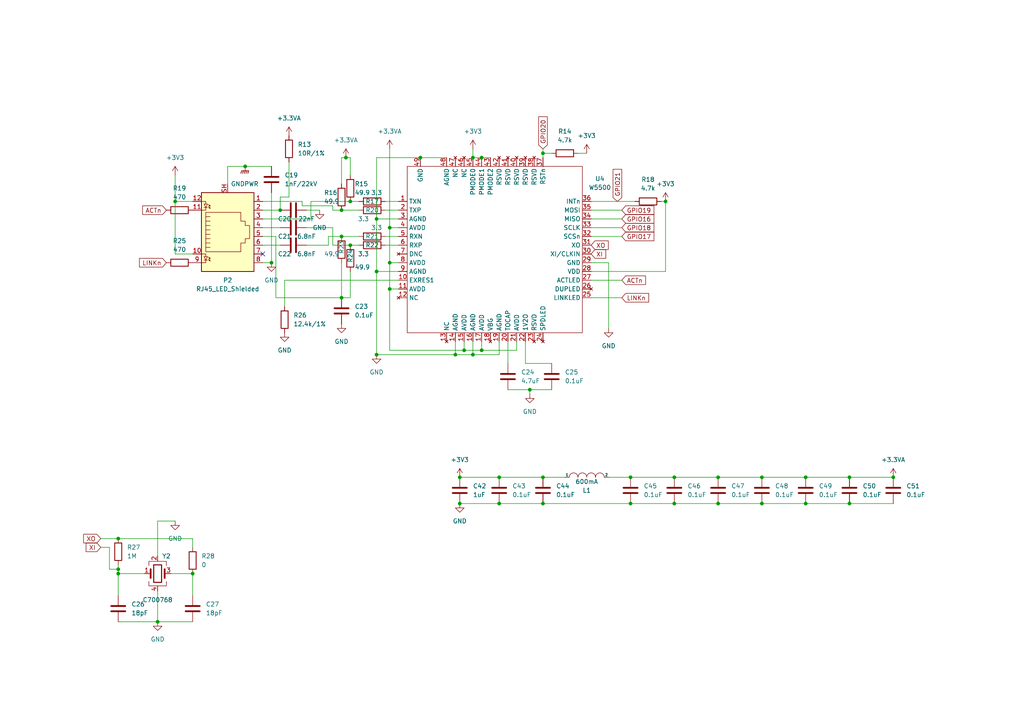
<source format=kicad_sch>
(kicad_sch (version 20211123) (generator eeschema)
  (paper "A4")
  (lib_symbols
    (symbol "01-rickbassham:W5500"
      (property "Reference" "U" (at -39.37 29.21 0))
      (property "Value" "W5500" (at -36.83 31.75 0))
      (symbol "W5500_0_1"
        (rectangle (start -25.4 24.13) (end 25.4 -24.13))
      )
      (symbol "W5500_1_1"
        (pin output line (at -27.94 13.97 0) (length 2.54) (name "TXN") (number "1"))
        (pin output line (at -27.94 -8.89 0) (length 2.54) (name "EXRES1") (number "10"))
        (pin output line (at -27.94 -11.43 0) (length 2.54) (name "AVDD") (number "11"))
        (pin no_connect line (at -27.94 -13.97 0) (length 2.54) (name "NC") (number "12"))
        (pin no_connect line (at -13.97 -26.67 90) (length 2.54) (name "NC") (number "13"))
        (pin output line (at -11.43 -26.67 90) (length 2.54) (name "AGND") (number "14"))
        (pin output line (at -8.89 -26.67 90) (length 2.54) (name "AVDD") (number "15"))
        (pin output line (at -6.35 -26.67 90) (length 2.54) (name "AGND") (number "16"))
        (pin output line (at -3.81 -26.67 90) (length 2.54) (name "AVDD") (number "17"))
        (pin no_connect line (at -1.27 -26.67 90) (length 2.54) (name "VBG") (number "18"))
        (pin output line (at 1.27 -26.67 90) (length 2.54) (name "AGND") (number "19"))
        (pin output line (at -27.94 11.43 0) (length 2.54) (name "TXP") (number "2"))
        (pin output line (at 3.81 -26.67 90) (length 2.54) (name "TOCAP") (number "20"))
        (pin output line (at 6.35 -26.67 90) (length 2.54) (name "AVDD") (number "21"))
        (pin output line (at 8.89 -26.67 90) (length 2.54) (name "1V2O") (number "22"))
        (pin no_connect line (at 11.43 -26.67 90) (length 2.54) (name "RSVD") (number "23"))
        (pin no_connect line (at 13.97 -26.67 90) (length 2.54) (name "SPDLED") (number "24"))
        (pin output line (at 27.94 -13.97 180) (length 2.54) (name "LINKLED") (number "25"))
        (pin no_connect line (at 27.94 -11.43 180) (length 2.54) (name "DUPLED") (number "26"))
        (pin output line (at 27.94 -8.89 180) (length 2.54) (name "ACTLED") (number "27"))
        (pin output line (at 27.94 -6.35 180) (length 2.54) (name "VDD") (number "28"))
        (pin output line (at 27.94 -3.81 180) (length 2.54) (name "GND") (number "29"))
        (pin output line (at -27.94 8.89 0) (length 2.54) (name "AGND") (number "3"))
        (pin output line (at 27.94 -1.27 180) (length 2.54) (name "XI/CLKIN") (number "30"))
        (pin output line (at 27.94 1.27 180) (length 2.54) (name "XO") (number "31"))
        (pin output line (at 27.94 3.81 180) (length 2.54) (name "SCSn") (number "32"))
        (pin output line (at 27.94 6.35 180) (length 2.54) (name "SCLK") (number "33"))
        (pin output line (at 27.94 8.89 180) (length 2.54) (name "MISO") (number "34"))
        (pin output line (at 27.94 11.43 180) (length 2.54) (name "MOSI") (number "35"))
        (pin output line (at 27.94 13.97 180) (length 2.54) (name "INTn") (number "36"))
        (pin output line (at 13.97 26.67 270) (length 2.54) (name "RSTn") (number "37"))
        (pin no_connect line (at 11.43 26.67 270) (length 2.54) (name "RSVD") (number "38"))
        (pin no_connect line (at 8.89 26.67 270) (length 2.54) (name "RSVD") (number "39"))
        (pin output line (at -27.94 6.35 0) (length 2.54) (name "AVDD") (number "4"))
        (pin no_connect line (at 6.35 26.67 270) (length 2.54) (name "RSVD") (number "40"))
        (pin no_connect line (at 3.81 26.67 270) (length 2.54) (name "RSVD") (number "41"))
        (pin no_connect line (at 1.27 26.67 270) (length 2.54) (name "RSVD") (number "42"))
        (pin output line (at -1.27 26.67 270) (length 2.54) (name "PMODE2") (number "43"))
        (pin output line (at -3.81 26.67 270) (length 2.54) (name "PMODE1") (number "44"))
        (pin output line (at -6.35 26.67 270) (length 2.54) (name "PMODE0") (number "45"))
        (pin no_connect line (at -8.89 26.67 270) (length 2.54) (name "NC") (number "46"))
        (pin no_connect line (at -11.43 26.67 270) (length 2.54) (name "NC") (number "47"))
        (pin output line (at -13.97 26.67 270) (length 2.54) (name "AGND") (number "48"))
        (pin output line (at -21.59 26.67 270) (length 2.54) (name "GND") (number "49"))
        (pin output line (at -27.94 3.81 0) (length 2.54) (name "RXN") (number "5"))
        (pin output line (at -27.94 1.27 0) (length 2.54) (name "RXP") (number "6"))
        (pin no_connect line (at -27.94 -1.27 0) (length 2.54) (name "DNC") (number "7"))
        (pin output line (at -27.94 -3.81 0) (length 2.54) (name "AVDD") (number "8"))
        (pin output line (at -27.94 -6.35 0) (length 2.54) (name "AGND") (number "9"))
      )
    )
    (symbol "Connector:RJ45_LED_Shielded" (pin_names (offset 1.016))
      (property "Reference" "J" (at -5.08 13.97 0))
      (property "Value" "RJ45_LED_Shielded" (at 1.27 13.97 0))
      (symbol "RJ45_LED_Shielded_0_1"
        (polyline (pts (xy -7.62 -7.62) (xy -6.35 -7.62)))
        (polyline (pts (xy -7.62 -5.08) (xy -6.35 -5.08)))
        (polyline (pts (xy -7.62 7.62) (xy -6.35 7.62)))
        (polyline (pts (xy -7.62 10.16) (xy -6.35 10.16)))
        (polyline (pts (xy -6.858 -5.842) (xy -5.842 -5.842)))
        (polyline (pts (xy -6.858 9.398) (xy -5.842 9.398)))
        (polyline (pts (xy -6.35 -7.62) (xy -6.35 -6.858)))
        (polyline (pts (xy -6.35 -5.08) (xy -6.35 -5.842)))
        (polyline (pts (xy -6.35 7.62) (xy -6.35 8.382)))
        (polyline (pts (xy -6.35 10.16) (xy -6.35 9.398)))
        (polyline (pts (xy -5.08 -6.223) (xy -5.207 -6.604)))
        (polyline (pts (xy -5.08 -5.588) (xy -5.207 -5.969)))
        (polyline (pts (xy -5.08 4.445) (xy -6.35 4.445)))
        (polyline (pts (xy -5.08 5.715) (xy -6.35 5.715)))
        (polyline (pts (xy -5.08 9.017) (xy -5.207 8.636)))
        (polyline (pts (xy -5.08 9.652) (xy -5.207 9.271)))
        (polyline (pts (xy -6.35 -3.175) (xy -5.08 -3.175) (xy -5.08 -3.175)))
        (polyline (pts (xy -6.35 -1.905) (xy -5.08 -1.905) (xy -5.08 -1.905)))
        (polyline (pts (xy -6.35 -0.635) (xy -5.08 -0.635) (xy -5.08 -0.635)))
        (polyline (pts (xy -6.35 0.635) (xy -5.08 0.635) (xy -5.08 0.635)))
        (polyline (pts (xy -6.35 1.905) (xy -5.08 1.905) (xy -5.08 1.905)))
        (polyline (pts (xy -5.588 -6.731) (xy -5.08 -6.223) (xy -5.461 -6.35)))
        (polyline (pts (xy -5.588 -6.096) (xy -5.08 -5.588) (xy -5.461 -5.715)))
        (polyline (pts (xy -5.588 8.509) (xy -5.08 9.017) (xy -5.461 8.89)))
        (polyline (pts (xy -5.588 9.144) (xy -5.08 9.652) (xy -5.461 9.525)))
        (polyline (pts (xy -5.08 3.175) (xy -6.35 3.175) (xy -6.35 3.175)))
        (polyline (pts (xy -6.35 -5.842) (xy -6.858 -6.858) (xy -5.842 -6.858) (xy -6.35 -5.842)))
        (polyline (pts (xy -6.35 9.398) (xy -6.858 8.382) (xy -5.842 8.382) (xy -6.35 9.398)))
        (polyline (pts (xy -6.35 -4.445) (xy -6.35 6.985) (xy 3.81 6.985) (xy 3.81 4.445) (xy 5.08 4.445) (xy 5.08 3.175) (xy 6.35 3.175) (xy 6.35 -0.635) (xy 5.08 -0.635) (xy 5.08 -1.905) (xy 3.81 -1.905) (xy 3.81 -4.445) (xy -6.35 -4.445) (xy -6.35 -4.445)))
        (rectangle (start 7.62 12.7) (end -7.62 -10.16) (stroke (width 0.254)) (fill (type background)))
      )
      (symbol "RJ45_LED_Shielded_1_1"
        (pin passive line (at 10.16 -7.62 180) (length 2.54) (name "~") (number "1"))
        (pin passive line (at -10.16 7.62 0) (length 2.54) (name "~") (number "10"))
        (pin passive line (at -10.16 -5.08 0) (length 2.54) (name "~") (number "11"))
        (pin passive line (at -10.16 -7.62 0) (length 2.54) (name "~") (number "12"))
        (pin passive line (at 10.16 -5.08 180) (length 2.54) (name "~") (number "2"))
        (pin passive line (at 10.16 -2.54 180) (length 2.54) (name "~") (number "3"))
        (pin passive line (at 10.16 0 180) (length 2.54) (name "~") (number "4"))
        (pin passive line (at 10.16 2.54 180) (length 2.54) (name "~") (number "5"))
        (pin passive line (at 10.16 5.08 180) (length 2.54) (name "~") (number "6"))
        (pin passive line (at 10.16 7.62 180) (length 2.54) (name "~") (number "7"))
        (pin passive line (at 10.16 10.16 180) (length 2.54) (name "~") (number "8"))
        (pin passive line (at -10.16 10.16 0) (length 2.54) (name "~") (number "9"))
        (pin passive line (at 0 -12.7 90) (length 2.54) (name "~") (number "SH"))
      )
    )
    (symbol "Device:C" (pin_numbers hide) (pin_names (offset 0.254))
      (property "Reference" "C" (at 0.635 2.54 0))
      (property "Value" "C" (at 0.635 -2.54 0))
      (symbol "C_0_1"
        (polyline (pts (xy -2.032 -0.762) (xy 2.032 -0.762)) (stroke (width 0.508)))
        (polyline (pts (xy -2.032 0.762) (xy 2.032 0.762)) (stroke (width 0.508)))
      )
      (symbol "C_1_1"
        (pin passive line (at 0 3.81 270) (length 2.794) (name "~") (number "1"))
        (pin passive line (at 0 -3.81 90) (length 2.794) (name "~") (number "2"))
      )
    )
    (symbol "Device:Crystal_GND24" (pin_names (offset 1.016) hide)
      (property "Reference" "Y" (at 3.175 5.08 0))
      (property "Value" "Crystal_GND24" (at 3.175 3.175 0))
      (symbol "Crystal_GND24_0_1"
        (rectangle (start -1.143 2.54) (end 1.143 -2.54) (stroke (width 0.3048)))
        (polyline (pts (xy -2.54 0) (xy -2.032 0)))
        (polyline (pts (xy -2.032 -1.27) (xy -2.032 1.27)) (stroke (width 0.508)))
        (polyline (pts (xy 0 -3.81) (xy 0 -3.556)))
        (polyline (pts (xy 0 3.556) (xy 0 3.81)))
        (polyline (pts (xy 2.032 -1.27) (xy 2.032 1.27)) (stroke (width 0.508)))
        (polyline (pts (xy 2.032 0) (xy 2.54 0)))
        (polyline (pts (xy -2.54 -2.286) (xy -2.54 -3.556) (xy 2.54 -3.556) (xy 2.54 -2.286)))
        (polyline (pts (xy -2.54 2.286) (xy -2.54 3.556) (xy 2.54 3.556) (xy 2.54 2.286)))
      )
      (symbol "Crystal_GND24_1_1"
        (pin passive line (at -3.81 0 0) (length 1.27) (name "1") (number "1"))
        (pin passive line (at 0 5.08 270) (length 1.27) (name "2") (number "2"))
        (pin passive line (at 3.81 0 180) (length 1.27) (name "3") (number "3"))
        (pin passive line (at 0 -5.08 90) (length 1.27) (name "4") (number "4"))
      )
    )
    (symbol "Device:R" (pin_numbers hide) (pin_names (offset 0))
      (property "Reference" "R" (at 2.032 0 90))
      (property "Value" "R" (at 0 0 90))
      (symbol "R_0_1"
        (rectangle (start -1.016 -2.54) (end 1.016 2.54) (stroke (width 0.254)))
      )
      (symbol "R_1_1"
        (pin passive line (at 0 3.81 270) (length 1.27) (name "~") (number "1"))
        (pin passive line (at 0 -3.81 90) (length 1.27) (name "~") (number "2"))
      )
    )
    (symbol "power:+3.3V" (power) (pin_names (offset 0))
      (property "Value" "+3.3V" (at 0 3.556 0))
      (symbol "+3.3V_0_1"
        (polyline (pts (xy -0.762 1.27) (xy 0 2.54)))
        (polyline (pts (xy 0 0) (xy 0 2.54)))
        (polyline (pts (xy 0 2.54) (xy 0.762 1.27)))
      )
      (symbol "+3.3V_1_1"
        (pin power_in line (at 0 0 90) (length 0) hide (name "+3V3") (number "1"))
      )
    )
    (symbol "power:+3.3VA" (power) (pin_names (offset 0))
      (property "Value" "+3.3VA" (at 0 3.556 0))
      (symbol "+3.3VA_0_1"
        (polyline (pts (xy -0.762 1.27) (xy 0 2.54)))
        (polyline (pts (xy 0 0) (xy 0 2.54)))
        (polyline (pts (xy 0 2.54) (xy 0.762 1.27)))
      )
      (symbol "+3.3VA_1_1"
        (pin power_in line (at 0 0 90) (length 0) hide (name "+3.3VA") (number "1"))
      )
    )
    (symbol "power:GND" (power) (pin_names (offset 0))
      (property "Value" "GND" (at 0 -3.81 0))
      (symbol "GND_0_1"
        (polyline (pts (xy 0 0) (xy 0 -1.27) (xy 1.27 -1.27) (xy 0 -2.54) (xy -1.27 -1.27) (xy 0 -1.27)))
      )
      (symbol "GND_1_1"
        (pin power_in line (at 0 0 270) (length 0) hide (name "GND") (number "1"))
      )
    )
    (symbol "power:GNDPWR" (power) (pin_names (offset 0))
      (property "Value" "GNDPWR" (at 0 -3.302 0))
      (symbol "GNDPWR_0_1"
        (polyline (pts (xy 0 -1.27) (xy 0 0)))
        (polyline (pts (xy -1.016 -1.27) (xy -1.27 -2.032) (xy -1.27 -2.032)) (stroke (width 0.2032)))
        (polyline (pts (xy -0.508 -1.27) (xy -0.762 -2.032) (xy -0.762 -2.032)) (stroke (width 0.2032)))
        (polyline (pts (xy 0 -1.27) (xy -0.254 -2.032) (xy -0.254 -2.032)) (stroke (width 0.2032)))
        (polyline (pts (xy 0.508 -1.27) (xy 0.254 -2.032) (xy 0.254 -2.032)) (stroke (width 0.2032)))
        (polyline (pts (xy 1.016 -1.27) (xy -1.016 -1.27) (xy -1.016 -1.27)) (stroke (width 0.2032)))
        (polyline (pts (xy 1.016 -1.27) (xy 0.762 -2.032) (xy 0.762 -2.032) (xy 0.762 -2.032)) (stroke (width 0.2032)))
      )
      (symbol "GNDPWR_1_1"
        (pin power_in line (at 0 0 270) (length 0) hide (name "GNDPWR") (number "1"))
      )
    )
    (symbol "pspice:INDUCTOR" (pin_numbers hide) (pin_names (offset 0))
      (property "Reference" "L" (at 0 2.54 0))
      (property "Value" "INDUCTOR" (at 0 -1.27 0))
      (symbol "INDUCTOR_0_1"
        (arc (start -2.54 0) (mid -3.81 1.27) (end -5.08 0))
        (arc (start 0 0) (mid -1.27 1.27) (end -2.54 0))
        (arc (start 2.54 0) (mid 1.27 1.27) (end 0 0))
        (arc (start 5.08 0) (mid 3.81 1.27) (end 2.54 0))
      )
      (symbol "INDUCTOR_1_1"
        (pin input line (at -6.35 0 0) (length 1.27) (name "1") (number "1"))
        (pin input line (at 6.35 0 180) (length 1.27) (name "2") (number "2"))
      )
    )
  )
  (junction (at 139.7 45.72))
  (junction (at 153.67 113.03))
  (junction (at 144.78 146.05))
  (junction (at 50.8 58.42))
  (junction (at 81.28 60.96))
  (junction (at 109.22 102.87))
  (junction (at 233.68 138.43))
  (junction (at 133.35 138.43))
  (junction (at 246.38 138.43))
  (junction (at 71.12 48.26))
  (junction (at 208.28 146.05))
  (junction (at 132.08 102.87))
  (junction (at 101.6 71.12))
  (junction (at 55.88 166.37))
  (junction (at 220.98 146.05))
  (junction (at 157.48 44.45))
  (junction (at 182.88 146.05))
  (junction (at 78.74 76.2))
  (junction (at 99.06 68.58))
  (junction (at 157.48 138.43))
  (junction (at 182.88 138.43))
  (junction (at 220.98 138.43))
  (junction (at 113.03 66.04))
  (junction (at 34.29 156.21))
  (junction (at 101.6 58.42))
  (junction (at 259.08 138.43))
  (junction (at 34.29 165.1))
  (junction (at 137.16 102.87))
  (junction (at 193.04 58.42))
  (junction (at 113.03 76.2))
  (junction (at 233.68 146.05))
  (junction (at 157.48 146.05))
  (junction (at 133.35 146.05))
  (junction (at 113.03 83.82))
  (junction (at 109.22 78.74))
  (junction (at 99.06 60.96))
  (junction (at 137.16 45.72))
  (junction (at 134.62 101.6))
  (junction (at 208.28 138.43))
  (junction (at 100.33 45.72))
  (junction (at 109.22 63.5))
  (junction (at 195.58 138.43))
  (junction (at 144.78 138.43))
  (junction (at 246.38 146.05))
  (junction (at 121.92 45.72))
  (junction (at 34.29 166.37))
  (junction (at 99.06 86.36))
  (junction (at 45.72 180.34))
  (junction (at 195.58 146.05))
  (junction (at 139.7 101.6))
  (no_connect (at 76.2 73.66))
  (wire (pts (xy 96.52 66.04) (xy 96.52 71.12)))
  (wire (pts (xy 111.76 68.58) (xy 115.57 68.58)))
  (wire (pts (xy 182.88 146.05) (xy 195.58 146.05)))
  (wire (pts (xy 144.78 146.05) (xy 157.48 146.05)))
  (wire (pts (xy 96.52 60.96) (xy 99.06 60.96)))
  (wire (pts (xy 76.2 66.04) (xy 81.28 66.04)))
  (wire (pts (xy 83.82 46.99) (xy 83.82 57.15)))
  (wire (pts (xy 101.6 50.8) (xy 101.6 45.72)))
  (wire (pts (xy 113.03 101.6) (xy 134.62 101.6)))
  (wire (pts (xy 29.21 158.75) (xy 31.75 158.75)))
  (wire (pts (xy 109.22 63.5) (xy 115.57 63.5)))
  (wire (pts (xy 152.4 105.41) (xy 160.02 105.41)))
  (wire (pts (xy 96.52 71.12) (xy 101.6 71.12)))
  (wire (pts (xy 176.53 138.43) (xy 182.88 138.43)))
  (wire (pts (xy 101.6 71.12) (xy 104.14 71.12)))
  (wire (pts (xy 78.74 55.88) (xy 78.74 76.2)))
  (wire (pts (xy 144.78 138.43) (xy 157.48 138.43)))
  (wire (pts (xy 246.38 138.43) (xy 259.08 138.43)))
  (wire (pts (xy 80.01 68.58) (xy 80.01 86.36)))
  (wire (pts (xy 182.88 138.43) (xy 195.58 138.43)))
  (wire (pts (xy 132.08 99.06) (xy 132.08 102.87)))
  (wire (pts (xy 137.16 43.18) (xy 137.16 45.72)))
  (wire (pts (xy 147.32 113.03) (xy 153.67 113.03)))
  (wire (pts (xy 31.75 158.75) (xy 31.75 165.1)))
  (wire (pts (xy 87.63 59.69) (xy 96.52 59.69)))
  (wire (pts (xy 180.34 60.96) (xy 171.45 60.96)))
  (wire (pts (xy 193.04 78.74) (xy 193.04 58.42)))
  (wire (pts (xy 171.45 76.2) (xy 176.53 76.2)))
  (wire (pts (xy 171.45 68.58) (xy 180.34 68.58)))
  (wire (pts (xy 157.48 138.43) (xy 163.83 138.43)))
  (wire (pts (xy 195.58 138.43) (xy 208.28 138.43)))
  (wire (pts (xy 66.04 48.26) (xy 66.04 53.34)))
  (wire (pts (xy 71.12 48.26) (xy 66.04 48.26)))
  (wire (pts (xy 90.17 58.42) (xy 101.6 58.42)))
  (wire (pts (xy 76.2 58.42) (xy 87.63 58.42)))
  (wire (pts (xy 87.63 58.42) (xy 87.63 59.69)))
  (wire (pts (xy 139.7 99.06) (xy 139.7 101.6)))
  (wire (pts (xy 76.2 68.58) (xy 80.01 68.58)))
  (wire (pts (xy 171.45 58.42) (xy 184.15 58.42)))
  (wire (pts (xy 176.53 76.2) (xy 176.53 95.25)))
  (wire (pts (xy 220.98 138.43) (xy 233.68 138.43)))
  (wire (pts (xy 147.32 99.06) (xy 147.32 105.41)))
  (wire (pts (xy 180.34 81.28) (xy 171.45 81.28)))
  (wire (pts (xy 49.53 166.37) (xy 55.88 166.37)))
  (wire (pts (xy 101.6 45.72) (xy 100.33 45.72)))
  (wire (pts (xy 76.2 71.12) (xy 81.28 71.12)))
  (wire (pts (xy 149.86 99.06) (xy 149.86 101.6)))
  (wire (pts (xy 45.72 180.34) (xy 55.88 180.34)))
  (wire (pts (xy 137.16 99.06) (xy 137.16 102.87)))
  (wire (pts (xy 171.45 66.04) (xy 180.34 66.04)))
  (wire (pts (xy 34.29 165.1) (xy 34.29 166.37)))
  (wire (pts (xy 81.28 57.15) (xy 81.28 60.96)))
  (wire (pts (xy 99.06 53.34) (xy 99.06 45.72)))
  (wire (pts (xy 50.8 58.42) (xy 50.8 73.66)))
  (wire (pts (xy 134.62 101.6) (xy 139.7 101.6)))
  (wire (pts (xy 99.06 76.2) (xy 99.06 86.36)))
  (wire (pts (xy 171.45 78.74) (xy 193.04 78.74)))
  (wire (pts (xy 208.28 138.43) (xy 220.98 138.43)))
  (wire (pts (xy 109.22 45.72) (xy 109.22 63.5)))
  (wire (pts (xy 133.35 138.43) (xy 144.78 138.43)))
  (wire (pts (xy 41.91 166.37) (xy 34.29 166.37)))
  (wire (pts (xy 113.03 76.2) (xy 113.03 66.04)))
  (wire (pts (xy 82.55 81.28) (xy 115.57 81.28)))
  (wire (pts (xy 157.48 146.05) (xy 182.88 146.05)))
  (wire (pts (xy 34.29 180.34) (xy 45.72 180.34)))
  (wire (pts (xy 157.48 44.45) (xy 157.48 45.72)))
  (wire (pts (xy 88.9 71.12) (xy 95.25 71.12)))
  (wire (pts (xy 121.92 45.72) (xy 109.22 45.72)))
  (wire (pts (xy 55.88 73.66) (xy 50.8 73.66)))
  (wire (pts (xy 45.72 171.45) (xy 45.72 180.34)))
  (wire (pts (xy 153.67 114.3) (xy 153.67 113.03)))
  (wire (pts (xy 99.06 45.72) (xy 100.33 45.72)))
  (wire (pts (xy 149.86 101.6) (xy 139.7 101.6)))
  (wire (pts (xy 95.25 71.12) (xy 95.25 68.58)))
  (wire (pts (xy 101.6 58.42) (xy 104.14 58.42)))
  (wire (pts (xy 31.75 165.1) (xy 34.29 165.1)))
  (wire (pts (xy 90.17 63.5) (xy 90.17 58.42)))
  (wire (pts (xy 109.22 78.74) (xy 109.22 102.87)))
  (wire (pts (xy 113.03 101.6) (xy 113.03 83.82)))
  (wire (pts (xy 132.08 102.87) (xy 137.16 102.87)))
  (wire (pts (xy 133.35 146.05) (xy 144.78 146.05)))
  (wire (pts (xy 34.29 166.37) (xy 34.29 172.72)))
  (wire (pts (xy 55.88 158.75) (xy 55.88 156.21)))
  (wire (pts (xy 34.29 163.83) (xy 34.29 165.1)))
  (wire (pts (xy 208.28 146.05) (xy 220.98 146.05)))
  (wire (pts (xy 88.9 66.04) (xy 96.52 66.04)))
  (wire (pts (xy 109.22 63.5) (xy 109.22 78.74)))
  (wire (pts (xy 99.06 68.58) (xy 104.14 68.58)))
  (wire (pts (xy 113.03 83.82) (xy 113.03 76.2)))
  (wire (pts (xy 171.45 63.5) (xy 180.34 63.5)))
  (wire (pts (xy 111.76 60.96) (xy 115.57 60.96)))
  (wire (pts (xy 113.03 66.04) (xy 115.57 66.04)))
  (wire (pts (xy 78.74 76.2) (xy 76.2 76.2)))
  (wire (pts (xy 76.2 60.96) (xy 81.28 60.96)))
  (wire (pts (xy 82.55 88.9) (xy 82.55 81.28)))
  (wire (pts (xy 29.21 156.21) (xy 34.29 156.21)))
  (wire (pts (xy 153.67 113.03) (xy 160.02 113.03)))
  (wire (pts (xy 109.22 102.87) (xy 132.08 102.87)))
  (wire (pts (xy 139.7 45.72) (xy 142.24 45.72)))
  (wire (pts (xy 121.92 45.72) (xy 129.54 45.72)))
  (wire (pts (xy 111.76 71.12) (xy 115.57 71.12)))
  (wire (pts (xy 233.68 146.05) (xy 246.38 146.05)))
  (wire (pts (xy 157.48 43.18) (xy 157.48 44.45)))
  (wire (pts (xy 144.78 102.87) (xy 137.16 102.87)))
  (wire (pts (xy 160.02 44.45) (xy 157.48 44.45)))
  (wire (pts (xy 101.6 78.74) (xy 101.6 86.36)))
  (wire (pts (xy 109.22 78.74) (xy 115.57 78.74)))
  (wire (pts (xy 233.68 138.43) (xy 246.38 138.43)))
  (wire (pts (xy 101.6 86.36) (xy 99.06 86.36)))
  (wire (pts (xy 99.06 60.96) (xy 104.14 60.96)))
  (wire (pts (xy 191.77 58.42) (xy 193.04 58.42)))
  (wire (pts (xy 50.8 58.42) (xy 55.88 58.42)))
  (wire (pts (xy 113.03 43.18) (xy 113.03 66.04)))
  (wire (pts (xy 171.45 86.36) (xy 180.34 86.36)))
  (wire (pts (xy 137.16 45.72) (xy 139.7 45.72)))
  (wire (pts (xy 152.4 99.06) (xy 152.4 105.41)))
  (wire (pts (xy 88.9 60.96) (xy 92.71 60.96)))
  (wire (pts (xy 83.82 57.15) (xy 81.28 57.15)))
  (wire (pts (xy 170.18 44.45) (xy 167.64 44.45)))
  (wire (pts (xy 50.8 50.8) (xy 50.8 58.42)))
  (wire (pts (xy 134.62 99.06) (xy 134.62 101.6)))
  (wire (pts (xy 113.03 83.82) (xy 115.57 83.82)))
  (wire (pts (xy 76.2 63.5) (xy 90.17 63.5)))
  (wire (pts (xy 144.78 99.06) (xy 144.78 102.87)))
  (wire (pts (xy 220.98 146.05) (xy 233.68 146.05)))
  (wire (pts (xy 71.12 48.26) (xy 78.74 48.26)))
  (wire (pts (xy 111.76 58.42) (xy 115.57 58.42)))
  (wire (pts (xy 55.88 166.37) (xy 55.88 172.72)))
  (wire (pts (xy 95.25 68.58) (xy 99.06 68.58)))
  (wire (pts (xy 115.57 76.2) (xy 113.03 76.2)))
  (wire (pts (xy 45.72 151.13) (xy 50.8 151.13)))
  (wire (pts (xy 80.01 86.36) (xy 99.06 86.36)))
  (wire (pts (xy 195.58 146.05) (xy 208.28 146.05)))
  (wire (pts (xy 246.38 146.05) (xy 259.08 146.05)))
  (wire (pts (xy 55.88 156.21) (xy 34.29 156.21)))
  (wire (pts (xy 45.72 161.29) (xy 45.72 151.13)))
  (wire (pts (xy 96.52 59.69) (xy 96.52 60.96)))
  (global_label "XO" (shape input) (at 171.45 71.12 0) (property "Intersheet References" "${INTERSHEET_REFS}" (effects hide)))
  (global_label "GPIO21" (shape input) (at 179.07 58.42 90) (property "Intersheet References" "${INTERSHEET_REFS}" (effects hide)))
  (global_label "GPIO18" (shape input) (at 180.34 66.04 0) (property "Intersheet References" "${INTERSHEET_REFS}" (effects hide)))
  (global_label "ACTn" (shape input) (at 180.34 81.28 0) (property "Intersheet References" "${INTERSHEET_REFS}" (effects hide)))
  (global_label "GPIO20" (shape input) (at 157.48 43.18 90) (property "Intersheet References" "${INTERSHEET_REFS}" (effects hide)))
  (global_label "XI" (shape input) (at 29.21 158.75 180) (property "Intersheet References" "${INTERSHEET_REFS}" (effects hide)))
  (global_label "GPIO19" (shape input) (at 180.34 60.96 0) (property "Intersheet References" "${INTERSHEET_REFS}" (effects hide)))
  (global_label "GPIO17" (shape input) (at 180.34 68.58 0) (property "Intersheet References" "${INTERSHEET_REFS}" (effects hide)))
  (global_label "XO" (shape input) (at 29.21 156.21 180) (property "Intersheet References" "${INTERSHEET_REFS}" (effects hide)))
  (global_label "XI" (shape input) (at 171.45 73.66 0) (property "Intersheet References" "${INTERSHEET_REFS}" (effects hide)))
  (global_label "LINKn" (shape input) (at 48.26 76.2 180) (property "Intersheet References" "${INTERSHEET_REFS}" (effects hide)))
  (global_label "GPIO16" (shape input) (at 180.34 63.5 0) (property "Intersheet References" "${INTERSHEET_REFS}" (effects hide)))
  (global_label "ACTn" (shape input) (at 48.26 60.96 180) (property "Intersheet References" "${INTERSHEET_REFS}" (effects hide)))
  (global_label "LINKn" (shape input) (at 180.34 86.36 0) (property "Intersheet References" "${INTERSHEET_REFS}" (effects hide)))
  (symbol (lib_id "Device:R") (at 52.07 60.96 90) (unit 1)
    (property "Reference" "R19" (at 52.07 54.61 90))
    (property "Value" "470" (at 52.07 57.15 90))
    (property "Footprint" "Resistor_SMD:R_0402_1005Metric" (effects hide))
    (property "LCSC" "C25117" (effects hide))
  )
  (symbol (lib_id "Device:C") (at 208.28 142.24 0) (unit 1)
    (property "Reference" "C47" (at 212.09 140.9699 0) (effects (justify left)))
    (property "Value" "0.1uF" (at 212.09 143.5099 0) (effects (justify left)))
    (property "Footprint" "Capacitor_SMD:C_0402_1005Metric" (effects hide))
    (property "LCSC" "C1525" (effects hide))
  )
  (symbol (lib_id "Device:R") (at 163.83 44.45 270) (unit 1)
    (property "Reference" "R14" (at 163.83 38.1 90))
    (property "Value" "4.7k" (at 163.83 40.64 90))
    (property "Footprint" "Resistor_SMD:R_0402_1005Metric" (effects hide))
    (property "LCSC" "C25900" (effects hide))
  )
  (symbol (lib_id "Connector:RJ45_LED_Shielded") (at 66.04 66.04 0) (mirror x) (unit 1)
    (property "Reference" "P2" (at 66.04 81.28 0))
    (property "Value" "RJ45_LED_Shielded" (at 66.04 83.82 0))
    (property "Footprint" "01-rickbassham:J1B1211CCD" (effects hide))
    (property "Manufacturer PN" "J1B1211CCD" (effects hide))
    (property "LCSC" "C910371" (effects hide))
  )
  (symbol (lib_id "power:GNDPWR") (at 71.12 48.26 0) (unit 1)
    (property "Reference" "#PWR040" (effects hide))
    (property "Value" "GNDPWR" (at 70.993 53.34 0))
  )
  (symbol (lib_id "Device:C") (at 34.29 176.53 0) (unit 1)
    (property "Reference" "C26" (at 38.1 175.2599 0) (effects (justify left)))
    (property "Value" "18pF" (at 38.1 177.7999 0) (effects (justify left)))
    (property "Footprint" "Capacitor_SMD:C_0402_1005Metric" (effects hide))
    (property "LCSC" "C1549" (effects hide))
  )
  (symbol (lib_id "Device:C") (at 55.88 176.53 0) (unit 1)
    (property "Reference" "C27" (at 59.69 175.2599 0) (effects (justify left)))
    (property "Value" "18pF" (at 59.69 177.7999 0) (effects (justify left)))
    (property "Footprint" "Capacitor_SMD:C_0402_1005Metric" (effects hide))
    (property "LCSC" "C1549" (effects hide))
  )
  (symbol (lib_id "Device:R") (at 107.95 58.42 90) (unit 1)
    (property "Reference" "R17" (at 107.95 58.42 90))
    (property "Value" "3.3" (at 109.22 55.88 90))
    (property "Footprint" "Resistor_SMD:R_0402_1005Metric" (effects hide))
    (property "LCSC" "C270612" (effects hide))
    (property "lcsc" "C270612" (effects hide))
  )
  (symbol (lib_id "Device:C") (at 195.58 142.24 0) (unit 1)
    (property "Reference" "C46" (at 199.39 140.9699 0) (effects (justify left)))
    (property "Value" "0.1uF" (at 199.39 143.5099 0) (effects (justify left)))
    (property "Footprint" "Capacitor_SMD:C_0402_1005Metric" (effects hide))
    (property "LCSC" "C1525" (effects hide))
  )
  (symbol (lib_id "power:+3.3V") (at 137.16 43.18 0) (unit 1)
    (property "Reference" "#PWR037" (effects hide))
    (property "Value" "+3.3V" (at 137.16 38.1 0))
  )
  (symbol (lib_id "power:GND") (at 45.72 180.34 0) (unit 1)
    (property "Reference" "#PWR051" (effects hide))
    (property "Value" "GND" (at 45.72 185.42 0))
  )
  (symbol (lib_id "power:GND") (at 133.35 146.05 0) (unit 1)
    (property "Reference" "#PWR0108" (effects hide))
    (property "Value" "GND" (at 133.35 151.13 0))
  )
  (symbol (lib_id "power:GND") (at 176.53 95.25 0) (unit 1)
    (property "Reference" "#PWR046" (effects hide))
    (property "Value" "GND" (at 176.53 100.33 0))
  )
  (symbol (lib_id "power:+3.3VA") (at 83.82 39.37 0) (unit 1)
    (property "Reference" "#PWR035" (effects hide))
    (property "Value" "+3.3VA" (at 83.82 34.29 0))
  )
  (symbol (lib_id "Device:R") (at 107.95 68.58 90) (unit 1)
    (property "Reference" "R21" (at 107.95 68.58 90))
    (property "Value" "3.3" (at 109.22 66.04 90))
    (property "Footprint" "Resistor_SMD:R_0402_1005Metric" (effects hide))
    (property "LCSC" "C270612" (effects hide))
    (property "lcsc" "C270612" (effects hide))
  )
  (symbol (lib_id "Device:C") (at 133.35 142.24 0) (unit 1)
    (property "Reference" "C42" (at 137.16 140.9699 0) (effects (justify left)))
    (property "Value" "1uF" (at 137.16 143.5099 0) (effects (justify left)))
    (property "Footprint" "Capacitor_SMD:C_0402_1005Metric" (effects hide))
    (property "LCSC" "C52923" (effects hide))
  )
  (symbol (lib_id "Device:C") (at 85.09 66.04 90) (unit 1)
    (property "Reference" "C21" (at 82.55 68.58 90))
    (property "Value" "6.8nF" (at 88.9 68.58 90))
    (property "Footprint" "Capacitor_SMD:C_0402_1005Metric" (effects hide))
    (property "LCSC" "C1542" (effects hide))
  )
  (symbol (lib_id "power:GND") (at 99.06 93.98 0) (unit 1)
    (property "Reference" "#PWR045" (effects hide))
    (property "Value" "GND" (at 99.06 99.06 0))
  )
  (symbol (lib_id "Device:C") (at 233.68 142.24 0) (unit 1)
    (property "Reference" "C49" (at 237.49 140.9699 0) (effects (justify left)))
    (property "Value" "0.1uF" (at 237.49 143.5099 0) (effects (justify left)))
    (property "Footprint" "Capacitor_SMD:C_0402_1005Metric" (effects hide))
    (property "LCSC" "C1525" (effects hide))
  )
  (symbol (lib_id "Device:R") (at 34.29 160.02 180) (unit 1)
    (property "Reference" "R27" (at 36.83 158.7499 0) (effects (justify right)))
    (property "Value" "1M" (at 36.83 161.2899 0) (effects (justify right)))
    (property "Footprint" "Resistor_SMD:R_0402_1005Metric" (effects hide))
    (property "LCSC" "C26083" (effects hide))
  )
  (symbol (lib_id "power:GND") (at 82.55 96.52 0) (unit 1)
    (property "Reference" "#PWR047" (effects hide))
    (property "Value" "GND" (at 82.55 101.6 0))
  )
  (symbol (lib_id "power:GND") (at 153.67 114.3 0) (unit 1)
    (property "Reference" "#PWR049" (effects hide))
    (property "Value" "GND" (at 153.67 119.38 0))
  )
  (symbol (lib_id "Device:R") (at 187.96 58.42 270) (unit 1)
    (property "Reference" "R18" (at 187.96 52.07 90))
    (property "Value" "4.7k" (at 187.96 54.61 90))
    (property "Footprint" "Resistor_SMD:R_0402_1005Metric" (effects hide))
    (property "LCSC" "C25900" (effects hide))
  )
  (symbol (lib_id "Device:C") (at 85.09 60.96 90) (unit 1)
    (property "Reference" "C20" (at 82.55 63.5 90))
    (property "Value" "22nF" (at 88.9 63.5 90))
    (property "Footprint" "Capacitor_SMD:C_0402_1005Metric" (effects hide))
    (property "LCSC" "C1532" (effects hide))
  )
  (symbol (lib_id "Device:C") (at 144.78 142.24 0) (unit 1)
    (property "Reference" "C43" (at 148.59 140.9699 0) (effects (justify left)))
    (property "Value" "0.1uF" (at 148.59 143.5099 0) (effects (justify left)))
    (property "Footprint" "Capacitor_SMD:C_0402_1005Metric" (effects hide))
    (property "LCSC" "C1525" (effects hide))
  )
  (symbol (lib_id "Device:C") (at 182.88 142.24 0) (unit 1)
    (property "Reference" "C45" (at 186.69 140.9699 0) (effects (justify left)))
    (property "Value" "0.1uF" (at 186.69 143.5099 0) (effects (justify left)))
    (property "Footprint" "Capacitor_SMD:C_0402_1005Metric" (effects hide))
    (property "LCSC" "C1525" (effects hide))
  )
  (symbol (lib_id "power:GND") (at 109.22 102.87 0) (unit 1)
    (property "Reference" "#PWR048" (effects hide))
    (property "Value" "GND" (at 109.22 107.95 0))
  )
  (symbol (lib_id "pspice:INDUCTOR") (at 170.18 138.43 0) (unit 1)
    (property "Reference" "L1" (at 170.18 142.24 0))
    (property "Value" "600mA" (at 170.18 139.7 0))
    (property "Footprint" "Inductor_SMD:L_0603_1608Metric" (effects hide))
    (property "LCSC" "C280478" (effects hide))
  )
  (symbol (lib_id "Device:Crystal_GND24") (at 45.72 166.37 0) (unit 1)
    (property "Reference" "Y2" (at 48.26 161.29 0))
    (property "Value" "C700768" (at 45.72 173.99 0))
    (property "Footprint" "Crystal:Crystal_SMD_3225-4Pin_3.2x2.5mm" (effects hide))
    (property "LCSC" "C700768" (effects hide))
  )
  (symbol (lib_id "power:+3.3VA") (at 100.33 45.72 0) (unit 1)
    (property "Reference" "#PWR039" (effects hide))
    (property "Value" "+3.3VA" (at 100.33 40.64 0))
  )
  (symbol (lib_id "Device:R") (at 99.06 57.15 180) (unit 1)
    (property "Reference" "R16" (at 93.98 55.88 0) (effects (justify right)))
    (property "Value" "49.9" (at 93.98 58.42 0) (effects (justify right)))
    (property "Footprint" "Resistor_SMD:R_0402_1005Metric" (effects hide))
    (property "LCSC" "C25120" (effects hide))
  )
  (symbol (lib_id "Device:C") (at 147.32 109.22 0) (unit 1)
    (property "Reference" "C24" (at 151.13 107.9499 0) (effects (justify left)))
    (property "Value" "4.7uF" (at 151.13 110.4899 0) (effects (justify left)))
    (property "Footprint" "Capacitor_SMD:C_0402_1005Metric" (effects hide))
    (property "LCSC" "C23733" (effects hide))
  )
  (symbol (lib_id "Device:R") (at 55.88 162.56 180) (unit 1)
    (property "Reference" "R28" (at 58.42 161.2899 0) (effects (justify right)))
    (property "Value" "0" (at 58.42 163.8299 0) (effects (justify right)))
    (property "Footprint" "Resistor_SMD:R_0402_1005Metric" (effects hide))
    (property "LCSC" "C17168" (effects hide))
  )
  (symbol (lib_id "Device:C") (at 259.08 142.24 0) (unit 1)
    (property "Reference" "C51" (at 262.89 140.9699 0) (effects (justify left)))
    (property "Value" "0.1uF" (at 262.89 143.5099 0) (effects (justify left)))
    (property "Footprint" "Capacitor_SMD:C_0402_1005Metric" (effects hide))
    (property "LCSC" "C1525" (effects hide))
  )
  (symbol (lib_id "Device:R") (at 101.6 54.61 180) (unit 1)
    (property "Reference" "R15" (at 102.87 53.34 0) (effects (justify right)))
    (property "Value" "49.9" (at 102.87 55.88 0) (effects (justify right)))
    (property "Footprint" "Resistor_SMD:R_0402_1005Metric" (effects hide))
    (property "LCSC" "C25120" (effects hide))
  )
  (symbol (lib_id "Device:C") (at 246.38 142.24 0) (unit 1)
    (property "Reference" "C50" (at 250.19 140.9699 0) (effects (justify left)))
    (property "Value" "0.1uF" (at 250.19 143.5099 0) (effects (justify left)))
    (property "Footprint" "Capacitor_SMD:C_0402_1005Metric" (effects hide))
    (property "LCSC" "C1525" (effects hide))
  )
  (symbol (lib_id "power:+3.3VA") (at 113.03 43.18 0) (unit 1)
    (property "Reference" "#PWR036" (effects hide))
    (property "Value" "+3.3VA" (at 113.03 38.1 0))
  )
  (symbol (lib_id "Device:C") (at 99.06 90.17 0) (unit 1)
    (property "Reference" "C23" (at 102.87 88.8999 0) (effects (justify left)))
    (property "Value" "0.1uF" (at 102.87 91.4399 0) (effects (justify left)))
    (property "Footprint" "Capacitor_SMD:C_0402_1005Metric" (effects hide))
    (property "LCSC" "C1525" (effects hide))
  )
  (symbol (lib_id "power:GND") (at 50.8 151.13 0) (unit 1)
    (property "Reference" "#PWR050" (effects hide))
    (property "Value" "GND" (at 50.8 156.21 0))
  )
  (symbol (lib_id "power:GND") (at 78.74 76.2 0) (unit 1)
    (property "Reference" "#PWR044" (effects hide))
    (property "Value" "GND" (at 78.74 81.28 0))
  )
  (symbol (lib_id "Device:C") (at 220.98 142.24 0) (unit 1)
    (property "Reference" "C48" (at 224.79 140.9699 0) (effects (justify left)))
    (property "Value" "0.1uF" (at 224.79 143.5099 0) (effects (justify left)))
    (property "Footprint" "Capacitor_SMD:C_0402_1005Metric" (effects hide))
    (property "LCSC" "C1525" (effects hide))
  )
  (symbol (lib_id "power:+3.3VA") (at 259.08 138.43 0) (unit 1)
    (property "Reference" "#PWR0107" (effects hide))
    (property "Value" "+3.3VA" (at 259.08 133.35 0))
  )
  (symbol (lib_id "power:+3.3V") (at 193.04 58.42 0) (unit 1)
    (property "Reference" "#PWR042" (effects hide))
    (property "Value" "+3.3V" (at 193.04 53.34 0))
  )
  (symbol (lib_id "Device:R") (at 82.55 92.71 180) (unit 1)
    (property "Reference" "R26" (at 85.09 91.4399 0) (effects (justify right)))
    (property "Value" "12.4k/1%" (at 85.09 93.9799 0) (effects (justify right)))
    (property "Footprint" "Resistor_SMD:R_0402_1005Metric" (effects hide))
    (property "LCSC" "C11692" (effects hide))
    (property "lcsc" "C11692" (effects hide))
  )
  (symbol (lib_id "Device:R") (at 99.06 72.39 180) (unit 1)
    (property "Reference" "R23" (at 99.06 73.66 90) (effects (justify right)))
    (property "Value" "49.9" (at 93.98 73.66 0) (effects (justify right)))
    (property "Footprint" "Resistor_SMD:R_0402_1005Metric" (effects hide))
    (property "LCSC" "C25120" (effects hide))
  )
  (symbol (lib_id "Device:C") (at 157.48 142.24 0) (unit 1)
    (property "Reference" "C44" (at 161.29 140.9699 0) (effects (justify left)))
    (property "Value" "0.1uF" (at 161.29 143.5099 0) (effects (justify left)))
    (property "Footprint" "Capacitor_SMD:C_0402_1005Metric" (effects hide))
    (property "LCSC" "C1525" (effects hide))
  )
  (symbol (lib_id "01-rickbassham:W5500") (at 143.51 72.39 0) (unit 1)
    (property "Reference" "U4" (at 173.99 51.8412 0))
    (property "Value" "W5500" (at 173.99 54.3812 0))
    (property "Footprint" "Package_QFP:LQFP-48-1EP_7x7mm_P0.5mm_EP3.6x3.6mm" (effects hide))
    (property "LCSC" "C32843" (effects hide))
  )
  (symbol (lib_id "Device:C") (at 160.02 109.22 0) (unit 1)
    (property "Reference" "C25" (at 163.83 107.9499 0) (effects (justify left)))
    (property "Value" "0.1uF" (at 163.83 110.4899 0) (effects (justify left)))
    (property "Footprint" "Capacitor_SMD:C_0402_1005Metric" (effects hide))
    (property "LCSC" "C1525" (effects hide))
  )
  (symbol (lib_id "power:+3.3V") (at 133.35 138.43 0) (unit 1)
    (property "Reference" "#PWR0109" (effects hide))
    (property "Value" "+3.3V" (at 133.35 133.35 0))
  )
  (symbol (lib_id "Device:C") (at 78.74 52.07 0) (unit 1)
    (property "Reference" "C19" (at 82.55 50.7999 0) (effects (justify left)))
    (property "Value" "1nF/22kV" (at 82.55 53.3399 0) (effects (justify left)))
    (property "Footprint" "Capacitor_SMD:C_1812_4532Metric" (effects hide))
    (property "LCSC" "C304032" (effects hide))
  )
  (symbol (lib_id "power:GND") (at 92.71 60.96 0) (unit 1)
    (property "Reference" "#PWR043" (effects hide))
    (property "Value" "GND" (at 92.71 66.04 0))
  )
  (symbol (lib_id "power:+3.3V") (at 170.18 44.45 0) (unit 1)
    (property "Reference" "#PWR038" (effects hide))
    (property "Value" "+3.3V" (at 170.18 39.37 0))
  )
  (symbol (lib_id "power:+3.3V") (at 50.8 50.8 0) (unit 1)
    (property "Reference" "#PWR041" (effects hide))
    (property "Value" "+3.3V" (at 50.8 45.72 0))
  )
  (symbol (lib_id "Device:C") (at 85.09 71.12 90) (unit 1)
    (property "Reference" "C22" (at 82.55 73.66 90))
    (property "Value" "6.8nF" (at 88.9 73.66 90))
    (property "Footprint" "Capacitor_SMD:C_0402_1005Metric" (effects hide))
    (property "LCSC" "C1542" (effects hide))
  )
  (symbol (lib_id "Device:R") (at 107.95 71.12 90) (unit 1)
    (property "Reference" "R22" (at 107.95 71.12 90))
    (property "Value" "3.3" (at 105.41 73.66 90))
    (property "Footprint" "Resistor_SMD:R_0402_1005Metric" (effects hide))
    (property "LCSC" "C270612" (effects hide))
    (property "lcsc" "C270612" (effects hide))
  )
  (symbol (lib_id "Device:R") (at 83.82 43.18 180) (unit 1)
    (property "Reference" "R13" (at 86.36 41.9099 0) (effects (justify right)))
    (property "Value" "10R/1%" (at 86.36 44.4499 0) (effects (justify right)))
    (property "Footprint" "Resistor_SMD:R_0402_1005Metric" (effects hide))
    (property "LCSC" "C25077" (effects hide))
  )
  (symbol (lib_id "Device:R") (at 52.07 76.2 90) (unit 1)
    (property "Reference" "R25" (at 52.07 69.85 90))
    (property "Value" "470" (at 52.07 72.39 90))
    (property "Footprint" "Resistor_SMD:R_0402_1005Metric" (effects hide))
    (property "LCSC" "C25117" (effects hide))
  )
  (symbol (lib_id "Device:R") (at 107.95 60.96 90) (unit 1)
    (property "Reference" "R20" (at 107.95 60.96 90))
    (property "Value" "3.3" (at 105.41 63.5 90))
    (property "Footprint" "Resistor_SMD:R_0402_1005Metric" (effects hide))
    (property "LCSC" "C270612" (effects hide))
    (property "lcsc" "C270612" (effects hide))
  )
  (symbol (lib_id "Device:R") (at 101.6 74.93 180) (unit 1)
    (property "Reference" "R24" (at 101.6 76.2 90) (effects (justify right)))
    (property "Value" "49.9" (at 102.87 77.47 0) (effects (justify right)))
    (property "Footprint" "Resistor_SMD:R_0402_1005Metric" (effects hide))
    (property "LCSC" "C25120" (effects hide))
  )
)
</source>
